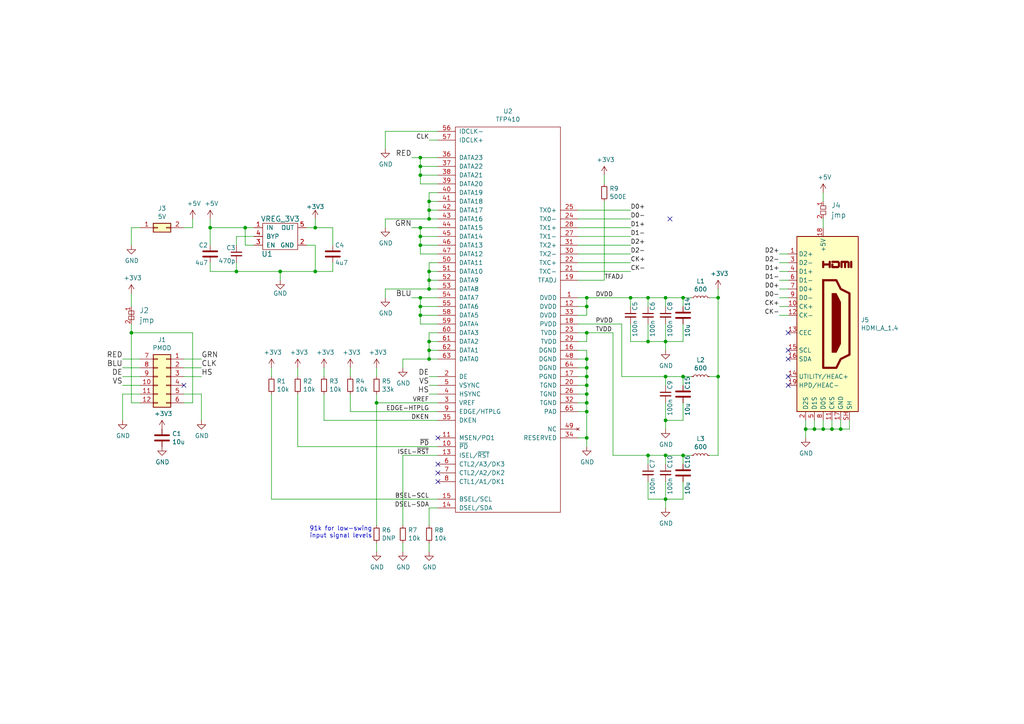
<source format=kicad_sch>
(kicad_sch (version 20230121) (generator eeschema)
  (paper "A4")
  (title_block (title "iCEBreaker PMOD - 3bit DVI") (rev "V0.1a") (company "1BitSquared") (comment 1 "(C) 2018 Piotr Esden-Tempski <piotr@esden.net>") (comment 2 "(C) 2018 1BitSquared <info@1bitsquared.com>") (comment 3 "License: CC-BY-SA V4.0"))
  (lib_symbols
    (symbol "Connector:HDMI_A_1.4"
      (property "Reference" "J" (at -6.35 26.67 0))
      (property "Value" "HDMI_A_1.4" (at 10.16 26.67 0))
      (symbol "HDMI_A_1.4_0_0"
        (polyline (pts (xy 8.128 16.51) (xy 8.128 18.034)) (stroke (width 0.635)))
        (polyline (pts (xy 0 16.51) (xy 0 18.034) (xy 0 17.272) (xy 1.905 17.272) (xy 1.905 18.034) (xy 1.905 16.51)) (stroke (width 0.635)))
        (polyline (pts (xy 2.667 18.034) (xy 4.318 18.034) (xy 4.572 17.78) (xy 4.572 16.764) (xy 4.318 16.51) (xy 2.667 16.51) (xy 2.667 17.272)) (stroke (width 0.635)))
      )
      (symbol "HDMI_A_1.4_0_1"
        (rectangle (start -7.62 25.4) (end 10.16 -25.4) (stroke (width 0.254)) (fill (type background)))
        (polyline (pts (xy 2.54 8.89) (xy 3.81 8.89) (xy 5.08 6.35) (xy 5.08 -5.715) (xy 3.81 -8.255) (xy 2.54 -8.255) (xy 2.54 8.89)) (fill (type outline)))
        (polyline (pts (xy 5.334 16.51) (xy 5.334 18.034) (xy 6.35 18.034) (xy 6.35 16.51) (xy 6.35 18.034) (xy 7.112 18.034) (xy 7.366 17.78) (xy 7.366 16.51)) (stroke (width 0.635)))
        (polyline (pts (xy 0 12.7) (xy 0 -12.7) (xy 3.81 -12.7) (xy 5.08 -10.16) (xy 7.62 -8.89) (xy 7.62 8.89) (xy 5.08 10.16) (xy 3.81 12.7) (xy 0 12.7)) (stroke (width 0.635)))
      )
      (symbol "HDMI_A_1.4_1_1"
        (pin passive line (at -10.16 20.32 0) (length 2.54) (name "D2+") (number "1"))
        (pin passive line (at -10.16 5.08 0) (length 2.54) (name "CK+") (number "10"))
        (pin power_in line (at 2.54 -27.94 90) (length 2.54) (name "CKS") (number "11"))
        (pin passive line (at -10.16 2.54 0) (length 2.54) (name "CK-") (number "12"))
        (pin bidirectional line (at -10.16 -2.54 0) (length 2.54) (name "CEC") (number "13"))
        (pin passive line (at -10.16 -15.24 0) (length 2.54) (name "UTILITY/HEAC+") (number "14"))
        (pin passive line (at -10.16 -7.62 0) (length 2.54) (name "SCL") (number "15"))
        (pin bidirectional line (at -10.16 -10.16 0) (length 2.54) (name "SDA") (number "16"))
        (pin power_in line (at 5.08 -27.94 90) (length 2.54) (name "GND") (number "17"))
        (pin power_in line (at 0 27.94 270) (length 2.54) (name "+5V") (number "18"))
        (pin passive line (at -10.16 -17.78 0) (length 2.54) (name "HPD/HEAC-") (number "19"))
        (pin power_in line (at -5.08 -27.94 90) (length 2.54) (name "D2S") (number "2"))
        (pin passive line (at -10.16 17.78 0) (length 2.54) (name "D2-") (number "3"))
        (pin passive line (at -10.16 15.24 0) (length 2.54) (name "D1+") (number "4"))
        (pin power_in line (at -2.54 -27.94 90) (length 2.54) (name "D1S") (number "5"))
        (pin passive line (at -10.16 12.7 0) (length 2.54) (name "D1-") (number "6"))
        (pin passive line (at -10.16 10.16 0) (length 2.54) (name "D0+") (number "7"))
        (pin power_in line (at 0 -27.94 90) (length 2.54) (name "D0S") (number "8"))
        (pin passive line (at -10.16 7.62 0) (length 2.54) (name "D0-") (number "9"))
        (pin passive line (at 7.62 -27.94 90) (length 2.54) (name "SH") (number "SH"))
      )
    )
    (symbol "Connector_Generic:Conn_02x01" (pin_names (offset 1.016) hide)
      (property "Reference" "J" (at 1.27 2.54 0))
      (property "Value" "Conn_02x01" (at 1.27 -2.54 0))
      (symbol "Conn_02x01_1_1"
        (rectangle (start -1.27 0.127) (end 0 -0.127) (stroke (width 0.1524)))
        (rectangle (start -1.27 1.27) (end 3.81 -1.27) (stroke (width 0.254)) (fill (type background)))
        (rectangle (start 3.81 0.127) (end 2.54 -0.127) (stroke (width 0.1524)))
        (pin passive line (at -5.08 0 0) (length 3.81) (name "Pin_1") (number "1"))
        (pin passive line (at 7.62 0 180) (length 3.81) (name "Pin_2") (number "2"))
      )
    )
    (symbol "Connector_Generic:Conn_02x06_Top_Bottom" (pin_names (offset 1.016) hide)
      (property "Reference" "J" (at 1.27 7.62 0))
      (property "Value" "Conn_02x06_Top_Bottom" (at 1.27 -10.16 0))
      (symbol "Conn_02x06_Top_Bottom_1_1"
        (rectangle (start -1.27 -7.493) (end 0 -7.747) (stroke (width 0.1524)))
        (rectangle (start -1.27 -4.953) (end 0 -5.207) (stroke (width 0.1524)))
        (rectangle (start -1.27 -2.413) (end 0 -2.667) (stroke (width 0.1524)))
        (rectangle (start -1.27 0.127) (end 0 -0.127) (stroke (width 0.1524)))
        (rectangle (start -1.27 2.667) (end 0 2.413) (stroke (width 0.1524)))
        (rectangle (start -1.27 5.207) (end 0 4.953) (stroke (width 0.1524)))
        (rectangle (start -1.27 6.35) (end 3.81 -8.89) (stroke (width 0.254)) (fill (type background)))
        (rectangle (start 3.81 -7.493) (end 2.54 -7.747) (stroke (width 0.1524)))
        (rectangle (start 3.81 -4.953) (end 2.54 -5.207) (stroke (width 0.1524)))
        (rectangle (start 3.81 -2.413) (end 2.54 -2.667) (stroke (width 0.1524)))
        (rectangle (start 3.81 0.127) (end 2.54 -0.127) (stroke (width 0.1524)))
        (rectangle (start 3.81 2.667) (end 2.54 2.413) (stroke (width 0.1524)))
        (rectangle (start 3.81 5.207) (end 2.54 4.953) (stroke (width 0.1524)))
        (pin passive line (at -5.08 5.08 0) (length 3.81) (name "Pin_1") (number "1"))
        (pin passive line (at 7.62 -2.54 180) (length 3.81) (name "Pin_10") (number "10"))
        (pin passive line (at 7.62 -5.08 180) (length 3.81) (name "Pin_11") (number "11"))
        (pin passive line (at 7.62 -7.62 180) (length 3.81) (name "Pin_12") (number "12"))
        (pin passive line (at -5.08 2.54 0) (length 3.81) (name "Pin_2") (number "2"))
        (pin passive line (at -5.08 0 0) (length 3.81) (name "Pin_3") (number "3"))
        (pin passive line (at -5.08 -2.54 0) (length 3.81) (name "Pin_4") (number "4"))
        (pin passive line (at -5.08 -5.08 0) (length 3.81) (name "Pin_5") (number "5"))
        (pin passive line (at -5.08 -7.62 0) (length 3.81) (name "Pin_6") (number "6"))
        (pin passive line (at 7.62 5.08 180) (length 3.81) (name "Pin_7") (number "7"))
        (pin passive line (at 7.62 2.54 180) (length 3.81) (name "Pin_8") (number "8"))
        (pin passive line (at 7.62 0 180) (length 3.81) (name "Pin_9") (number "9"))
      )
    )
    (symbol "dvi-3bit-rescue:TFP410-pkl_texas" (pin_names (offset 1.016))
      (property "Reference" "U" (at 0 55.88 0))
      (property "Value" "pkl_texas:TFP410" (at 0 -58.42 0))
      (symbol "TFP410-pkl_texas_0_1"
        (rectangle (start -15.24 54.61) (end 15.24 -57.15))
      )
      (symbol "TFP410-pkl_texas_1_1"
        (pin power_in line (at 20.32 5.08 180) (length 5.08) (name "DVDD") (number "1"))
        (pin input line (at -20.32 -38.1 0) (length 5.08) (name "~{PD}") (number "10"))
        (pin output line (at -20.32 -35.56 0) (length 5.08) (name "MSEN/PO1") (number "11"))
        (pin power_in line (at 20.32 2.54 180) (length 5.08) (name "DVDD") (number "12"))
        (pin input line (at -20.32 -40.64 0) (length 5.08) (name "ISEL/~{RST}") (number "13"))
        (pin input line (at -20.32 -55.88 0) (length 5.08) (name "DSEL/SDA") (number "14"))
        (pin input line (at -20.32 -53.34 0) (length 5.08) (name "BSEL/SCL") (number "15"))
        (pin power_in line (at 20.32 -10.16 180) (length 5.08) (name "DGND") (number "16"))
        (pin power_in line (at 20.32 -17.78 180) (length 5.08) (name "PGND") (number "17"))
        (pin power_in line (at 20.32 -2.54 180) (length 5.08) (name "PVDD") (number "18"))
        (pin input line (at 20.32 10.16 180) (length 5.08) (name "TFADJ") (number "19"))
        (pin input line (at -20.32 -17.78 0) (length 5.08) (name "DE") (number "2"))
        (pin power_in line (at 20.32 -20.32 180) (length 5.08) (name "TGND") (number "20"))
        (pin output line (at 20.32 12.7 180) (length 5.08) (name "TXC-") (number "21"))
        (pin output line (at 20.32 15.24 180) (length 5.08) (name "TXC+") (number "22"))
        (pin power_in line (at 20.32 -5.08 180) (length 5.08) (name "TVDD") (number "23"))
        (pin output line (at 20.32 27.94 180) (length 5.08) (name "TX0-") (number "24"))
        (pin output line (at 20.32 30.48 180) (length 5.08) (name "TX0+") (number "25"))
        (pin power_in line (at 20.32 -22.86 180) (length 5.08) (name "TGND") (number "26"))
        (pin output line (at 20.32 22.86 180) (length 5.08) (name "TX1-") (number "27"))
        (pin output line (at 20.32 25.4 180) (length 5.08) (name "TX1+") (number "28"))
        (pin power_in line (at 20.32 -7.62 180) (length 5.08) (name "TVDD") (number "29"))
        (pin input line (at -20.32 -25.4 0) (length 5.08) (name "VREF") (number "3"))
        (pin output line (at 20.32 17.78 180) (length 5.08) (name "TX2-") (number "30"))
        (pin output line (at 20.32 20.32 180) (length 5.08) (name "TX2+") (number "31"))
        (pin power_in line (at 20.32 -25.4 180) (length 5.08) (name "TGND") (number "32"))
        (pin power_in line (at 20.32 0 180) (length 5.08) (name "DVDD") (number "33"))
        (pin input line (at 20.32 -35.56 180) (length 5.08) (name "RESERVED") (number "34"))
        (pin input line (at -20.32 -30.48 0) (length 5.08) (name "DKEN") (number "35"))
        (pin input line (at -20.32 45.72 0) (length 5.08) (name "DATA23") (number "36"))
        (pin input line (at -20.32 43.18 0) (length 5.08) (name "DATA22") (number "37"))
        (pin input line (at -20.32 40.64 0) (length 5.08) (name "DATA21") (number "38"))
        (pin input line (at -20.32 38.1 0) (length 5.08) (name "DATA20") (number "39"))
        (pin input line (at -20.32 -22.86 0) (length 5.08) (name "HSYNC") (number "4"))
        (pin input line (at -20.32 35.56 0) (length 5.08) (name "DATA19") (number "40"))
        (pin input line (at -20.32 33.02 0) (length 5.08) (name "DATA18") (number "41"))
        (pin input line (at -20.32 30.48 0) (length 5.08) (name "DATA17") (number "42"))
        (pin input line (at -20.32 27.94 0) (length 5.08) (name "DATA16") (number "43"))
        (pin input line (at -20.32 25.4 0) (length 5.08) (name "DATA15") (number "44"))
        (pin input line (at -20.32 22.86 0) (length 5.08) (name "DATA14") (number "45"))
        (pin input line (at -20.32 20.32 0) (length 5.08) (name "DATA13") (number "46"))
        (pin input line (at -20.32 17.78 0) (length 5.08) (name "DATA12") (number "47"))
        (pin power_in line (at 20.32 -12.7 180) (length 5.08) (name "DGND") (number "48"))
        (pin no_connect line (at 20.32 -33.02 180) (length 5.08) (name "NC") (number "49"))
        (pin input line (at -20.32 -20.32 0) (length 5.08) (name "VSYNC") (number "5"))
        (pin input line (at -20.32 15.24 0) (length 5.08) (name "DATA11") (number "50"))
        (pin input line (at -20.32 12.7 0) (length 5.08) (name "DATA10") (number "51"))
        (pin input line (at -20.32 10.16 0) (length 5.08) (name "DATA9") (number "52"))
        (pin input line (at -20.32 7.62 0) (length 5.08) (name "DATA8") (number "53"))
        (pin input line (at -20.32 5.08 0) (length 5.08) (name "DATA7") (number "54"))
        (pin input line (at -20.32 2.54 0) (length 5.08) (name "DATA6") (number "55"))
        (pin input line (at -20.32 53.34 0) (length 5.08) (name "IDCLK-") (number "56"))
        (pin input line (at -20.32 50.8 0) (length 5.08) (name "IDCLK+") (number "57"))
        (pin input line (at -20.32 0 0) (length 5.08) (name "DATA5") (number "58"))
        (pin input line (at -20.32 -2.54 0) (length 5.08) (name "DATA4") (number "59"))
        (pin input line (at -20.32 -43.18 0) (length 5.08) (name "CTL2/A3/DK3") (number "6"))
        (pin input line (at -20.32 -5.08 0) (length 5.08) (name "DATA3") (number "60"))
        (pin input line (at -20.32 -7.62 0) (length 5.08) (name "DATA2") (number "61"))
        (pin input line (at -20.32 -10.16 0) (length 5.08) (name "DATA1") (number "62"))
        (pin input line (at -20.32 -12.7 0) (length 5.08) (name "DATA0") (number "63"))
        (pin power_in line (at 20.32 -15.24 180) (length 5.08) (name "DGND") (number "64"))
        (pin power_in line (at 20.32 -27.94 180) (length 5.08) (name "PAD") (number "65"))
        (pin input line (at -20.32 -45.72 0) (length 5.08) (name "CTL2/A2/DK2") (number "7"))
        (pin input line (at -20.32 -48.26 0) (length 5.08) (name "CTL1/A1/DK1") (number "8"))
        (pin input line (at -20.32 -27.94 0) (length 5.08) (name "EDGE/HTPLG") (number "9"))
      )
    )
    (symbol "dvi-3bit-rescue:pkl_C-pkl_device" (pin_numbers hide) (pin_names (offset 0.254))
      (property "Reference" "C" (at 0.635 2.54 0))
      (property "Value" "pkl_device:pkl_C" (at 0.635 -2.54 0))
      (symbol "pkl_C-pkl_device_0_1"
        (polyline (pts (xy -2.032 -0.762) (xy 2.032 -0.762)) (stroke (width 0.508)))
        (polyline (pts (xy -2.032 0.762) (xy 2.032 0.762)) (stroke (width 0.508)))
      )
      (symbol "pkl_C-pkl_device_1_1"
        (pin passive line (at 0 2.54 270) (length 1.524) (name "~") (number "1"))
        (pin passive line (at 0 -2.54 90) (length 1.524) (name "~") (number "2"))
      )
    )
    (symbol "dvi-3bit-rescue:pkl_C_Small-pkl_device" (pin_numbers hide) (pin_names (offset 0.254) hide)
      (property "Reference" "C" (at 0.254 1.778 0))
      (property "Value" "pkl_device:pkl_C_Small" (at 0.254 -2.032 0))
      (symbol "pkl_C_Small-pkl_device_0_1"
        (polyline (pts (xy -1.524 -0.508) (xy 1.524 -0.508)) (stroke (width 0.3302)))
        (polyline (pts (xy -1.524 0.508) (xy 1.524 0.508)) (stroke (width 0.3048)))
      )
      (symbol "pkl_C_Small-pkl_device_1_1"
        (pin passive line (at 0 2.54 270) (length 1.905) (name "~") (number "1"))
        (pin passive line (at 0 -2.54 90) (length 2.032) (name "~") (number "2"))
      )
    )
    (symbol "dvi-3bit-rescue:pkl_L_Small-pkl_device" (pin_numbers hide) (pin_names (offset 0) hide)
      (property "Reference" "L" (at 1.524 1.27 0))
      (property "Value" "pkl_device:pkl_L_Small" (at 1.524 -1.27 0))
      (symbol "pkl_L_Small-pkl_device_0_1"
        (arc (start 0 -2.032) (mid 0.5058 -1.524) (end 0 -1.016))
        (arc (start 0 -1.016) (mid 0.5058 -0.508) (end 0 0))
        (arc (start 0 0) (mid 0.5058 0.508) (end 0 1.016))
        (arc (start 0 1.016) (mid 0.5058 1.524) (end 0 2.032))
      )
      (symbol "pkl_L_Small-pkl_device_1_1"
        (pin input line (at 0 -2.54 90) (length 0.508) (name "1") (number "1"))
        (pin input line (at 0 2.54 270) (length 0.508) (name "2") (number "2"))
      )
    )
    (symbol "dvi-3bit-rescue:pkl_R_Small-pkl_device" (pin_numbers hide) (pin_names (offset 0.254) hide)
      (property "Reference" "R" (at 0.762 0.508 0))
      (property "Value" "pkl_device:pkl_R_Small" (at 0.762 -1.016 0))
      (symbol "pkl_R_Small-pkl_device_0_1"
        (rectangle (start -0.762 1.778) (end 0.762 -1.778) (stroke (width 0.2032)))
      )
      (symbol "pkl_R_Small-pkl_device_1_1"
        (pin passive line (at 0 2.54 270) (length 0.762) (name "~") (number "1"))
        (pin passive line (at 0 -2.54 90) (length 0.762) (name "~") (number "2"))
      )
    )
    (symbol "dvi-3bit-rescue:pkl_VREG_5PIN_FIXED-pkl_device" (pin_names (offset 1.016))
      (property "Reference" "U" (at -3.81 -5.08 0))
      (property "Value" "pkl_device:pkl_VREG_5PIN_FIXED" (at 0 5.08 0))
      (symbol "pkl_VREG_5PIN_FIXED-pkl_device_0_1"
        (rectangle (start -5.08 3.81) (end 5.08 -3.81))
      )
      (symbol "pkl_VREG_5PIN_FIXED-pkl_device_1_1"
        (pin power_in line (at -7.62 2.54 0) (length 2.54) (name "IN") (number "1"))
        (pin power_in line (at 7.62 -2.54 180) (length 2.54) (name "GND") (number "2"))
        (pin input line (at -7.62 -2.54 0) (length 2.54) (name "EN") (number "3"))
        (pin power_out line (at -7.62 0 0) (length 2.54) (name "BYP") (number "4"))
        (pin power_out line (at 7.62 2.54 180) (length 2.54) (name "OUT") (number "5"))
      )
    )
    (symbol "dvi-3bit-rescue:pkl_jumper-pkl_misc" (pin_names (offset 1.016))
      (property "Reference" "J" (at 2.54 -2.54 0))
      (property "Value" "pkl_misc:pkl_jumper" (at 0 3.81 0))
      (symbol "pkl_jumper-pkl_misc_0_1"
        (rectangle (start -1.27 0.762) (end -0.254 -0.762))
        (rectangle (start 0.254 0.762) (end 1.27 -0.762))
      )
      (symbol "pkl_jumper-pkl_misc_1_1"
        (pin passive line (at -2.54 0 0) (length 1.27) (name "~") (number "1"))
        (pin passive line (at 2.54 0 180) (length 1.27) (name "~") (number "2"))
      )
    )
    (symbol "dvi-3bit-rescue:pkl_jumper_nc-pkl_misc" (pin_names (offset 1.016))
      (property "Reference" "J" (at 0 -2.54 0))
      (property "Value" "pkl_misc:pkl_jumper_nc" (at 0 3.81 0))
      (symbol "pkl_jumper_nc-pkl_misc_0_1"
        (polyline (pts (xy -1.27 0) (xy 1.27 0)))
      )
      (symbol "pkl_jumper_nc-pkl_misc_1_1"
        (rectangle (start -1.27 0.762) (end -0.254 -0.762))
        (rectangle (start 0.254 0.762) (end 1.27 -0.762))
        (pin passive line (at -2.54 0 0) (length 1.27) (name "~") (number "1"))
        (pin passive line (at 2.54 0 180) (length 1.27) (name "~") (number "2"))
      )
    )
    (symbol "power:+3V3" (power) (pin_names (offset 0))
      (property "Value" "+3V3" (at 0 3.556 0))
      (symbol "+3V3_0_1"
        (polyline (pts (xy -0.762 1.27) (xy 0 2.54)))
        (polyline (pts (xy 0 0) (xy 0 2.54)))
        (polyline (pts (xy 0 2.54) (xy 0.762 1.27)))
      )
      (symbol "+3V3_1_1"
        (pin power_in line (at 0 0 90) (length 0) hide (name "+3V3") (number "1"))
      )
    )
    (symbol "power:+5V" (power) (pin_names (offset 0))
      (property "Value" "+5V" (at 0 3.556 0))
      (symbol "+5V_0_1"
        (polyline (pts (xy -0.762 1.27) (xy 0 2.54)))
        (polyline (pts (xy 0 0) (xy 0 2.54)))
        (polyline (pts (xy 0 2.54) (xy 0.762 1.27)))
      )
      (symbol "+5V_1_1"
        (pin power_in line (at 0 0 90) (length 0) hide (name "+5V") (number "1"))
      )
    )
    (symbol "power:GND" (power) (pin_names (offset 0))
      (property "Value" "GND" (at 0 -3.81 0))
      (symbol "GND_0_1"
        (polyline (pts (xy 0 0) (xy 0 -1.27) (xy 1.27 -1.27) (xy 0 -2.54) (xy -1.27 -1.27) (xy 0 -1.27)))
      )
      (symbol "GND_1_1"
        (pin power_in line (at 0 0 270) (length 0) hide (name "GND") (number "1"))
      )
    )
  )
  (junction (at 121.92 50.8))
  (junction (at 124.46 83.82))
  (junction (at 208.28 109.22))
  (junction (at 193.04 99.06))
  (junction (at 198.12 109.22))
  (junction (at 198.12 132.08))
  (junction (at 121.92 66.04))
  (junction (at 187.96 99.06))
  (junction (at 124.46 60.96))
  (junction (at 233.68 124.46))
  (junction (at 236.22 124.46))
  (junction (at 124.46 104.14))
  (junction (at 91.44 78.74))
  (junction (at 170.18 109.22))
  (junction (at 193.04 132.08))
  (junction (at 121.92 45.72))
  (junction (at 170.18 127))
  (junction (at 170.18 96.52))
  (junction (at 121.92 68.58))
  (junction (at 124.46 81.28))
  (junction (at 60.96 66.04))
  (junction (at 193.04 86.36))
  (junction (at 124.46 101.6))
  (junction (at 91.44 66.04))
  (junction (at 121.92 86.36))
  (junction (at 170.18 111.76))
  (junction (at 170.18 116.84))
  (junction (at 170.18 119.38))
  (junction (at 121.92 71.12))
  (junction (at 121.92 48.26))
  (junction (at 121.92 88.9))
  (junction (at 193.04 109.22))
  (junction (at 170.18 114.3))
  (junction (at 124.46 78.74))
  (junction (at 109.22 116.84))
  (junction (at 238.76 124.46))
  (junction (at 121.92 91.44))
  (junction (at 124.46 58.42))
  (junction (at 170.18 106.68))
  (junction (at 124.46 63.5))
  (junction (at 182.88 86.36))
  (junction (at 193.04 144.78))
  (junction (at 124.46 99.06))
  (junction (at 170.18 104.14))
  (junction (at 193.04 121.92))
  (junction (at 71.12 66.04))
  (junction (at 241.3 124.46))
  (junction (at 187.96 132.08))
  (junction (at 170.18 86.36))
  (junction (at 187.96 86.36))
  (junction (at 81.28 78.74))
  (junction (at 208.28 86.36))
  (junction (at 68.58 78.74))
  (junction (at 170.18 88.9))
  (junction (at 243.84 124.46))
  (junction (at 38.1 96.52))
  (junction (at 198.12 86.36))
  (no_connect (at 228.6 104.14))
  (no_connect (at 228.6 111.76))
  (no_connect (at 127 134.62))
  (no_connect (at 228.6 109.22))
  (no_connect (at 53.34 111.76))
  (no_connect (at 228.6 96.52))
  (no_connect (at 127 139.7))
  (no_connect (at 194.31 63.5))
  (no_connect (at 127 137.16))
  (no_connect (at 127 127))
  (no_connect (at 228.6 101.6))
  (wire (pts (xy 91.44 63.5) (xy 91.44 66.04)))
  (wire (pts (xy 91.44 78.74) (xy 91.44 71.12)))
  (wire (pts (xy 127 88.9) (xy 121.92 88.9)))
  (wire (pts (xy 167.64 81.28) (xy 175.26 81.28)))
  (wire (pts (xy 167.64 78.74) (xy 182.88 78.74)))
  (wire (pts (xy 127 114.3) (xy 124.46 114.3)))
  (wire (pts (xy 170.18 104.14) (xy 170.18 106.68)))
  (wire (pts (xy 86.36 109.22) (xy 86.36 106.68)))
  (wire (pts (xy 208.28 86.36) (xy 208.28 109.22)))
  (wire (pts (xy 167.64 60.96) (xy 182.88 60.96)))
  (wire (pts (xy 127 101.6) (xy 124.46 101.6)))
  (wire (pts (xy 180.34 109.22) (xy 193.04 109.22)))
  (wire (pts (xy 238.76 121.92) (xy 238.76 124.46)))
  (wire (pts (xy 127 93.98) (xy 121.92 93.98)))
  (wire (pts (xy 167.64 93.98) (xy 180.34 93.98)))
  (wire (pts (xy 228.6 88.9) (xy 226.06 88.9)))
  (wire (pts (xy 127 99.06) (xy 124.46 99.06)))
  (wire (pts (xy 111.76 38.1) (xy 127 38.1)))
  (wire (pts (xy 40.64 116.84) (xy 38.1 116.84)))
  (wire (pts (xy 124.46 81.28) (xy 124.46 78.74)))
  (wire (pts (xy 40.64 111.76) (xy 35.56 111.76)))
  (wire (pts (xy 167.64 71.12) (xy 182.88 71.12)))
  (wire (pts (xy 236.22 124.46) (xy 233.68 124.46)))
  (wire (pts (xy 86.36 129.54) (xy 86.36 114.3)))
  (wire (pts (xy 170.18 109.22) (xy 170.18 111.76)))
  (wire (pts (xy 182.88 99.06) (xy 187.96 99.06)))
  (wire (pts (xy 58.42 114.3) (xy 58.42 121.92)))
  (wire (pts (xy 193.04 99.06) (xy 193.04 101.6)))
  (wire (pts (xy 167.64 76.2) (xy 182.88 76.2)))
  (wire (pts (xy 78.74 144.78) (xy 78.74 114.3)))
  (wire (pts (xy 71.12 71.12) (xy 73.66 71.12)))
  (wire (pts (xy 124.46 83.82) (xy 124.46 81.28)))
  (wire (pts (xy 124.46 104.14) (xy 124.46 101.6)))
  (wire (pts (xy 228.6 86.36) (xy 226.06 86.36)))
  (wire (pts (xy 109.22 116.84) (xy 109.22 152.4)))
  (wire (pts (xy 246.38 121.92) (xy 246.38 124.46)))
  (wire (pts (xy 233.68 121.92) (xy 233.68 124.46)))
  (wire (pts (xy 55.88 66.04) (xy 55.88 63.5)))
  (wire (pts (xy 198.12 121.92) (xy 198.12 116.84)))
  (wire (pts (xy 53.34 116.84) (xy 55.88 116.84)))
  (wire (pts (xy 170.18 114.3) (xy 170.18 116.84)))
  (wire (pts (xy 208.28 132.08) (xy 208.28 109.22)))
  (wire (pts (xy 121.92 66.04) (xy 119.38 66.04)))
  (wire (pts (xy 238.76 63.5) (xy 238.76 66.04)))
  (wire (pts (xy 121.92 93.98) (xy 121.92 91.44)))
  (wire (pts (xy 170.18 119.38) (xy 170.18 127)))
  (wire (pts (xy 68.58 68.58) (xy 68.58 71.12)))
  (wire (pts (xy 101.6 119.38) (xy 127 119.38)))
  (wire (pts (xy 40.64 114.3) (xy 35.56 114.3)))
  (wire (pts (xy 187.96 132.08) (xy 193.04 132.08)))
  (wire (pts (xy 205.74 86.36) (xy 208.28 86.36)))
  (wire (pts (xy 101.6 109.22) (xy 101.6 106.68)))
  (wire (pts (xy 167.64 101.6) (xy 170.18 101.6)))
  (wire (pts (xy 170.18 106.68) (xy 170.18 109.22)))
  (wire (pts (xy 127 40.64) (xy 124.46 40.64)))
  (wire (pts (xy 121.92 71.12) (xy 121.92 68.58)))
  (wire (pts (xy 175.26 53.34) (xy 175.26 50.8)))
  (wire (pts (xy 53.34 104.14) (xy 58.42 104.14)))
  (wire (pts (xy 38.1 66.04) (xy 38.1 71.12)))
  (wire (pts (xy 71.12 66.04) (xy 71.12 71.12)))
  (wire (pts (xy 193.04 144.78) (xy 193.04 147.32)))
  (wire (pts (xy 121.92 73.66) (xy 121.92 71.12)))
  (wire (pts (xy 228.6 83.82) (xy 226.06 83.82)))
  (wire (pts (xy 193.04 86.36) (xy 193.04 88.9)))
  (wire (pts (xy 121.92 50.8) (xy 121.92 48.26)))
  (wire (pts (xy 228.6 91.44) (xy 226.06 91.44)))
  (wire (pts (xy 241.3 124.46) (xy 238.76 124.46)))
  (wire (pts (xy 121.92 68.58) (xy 121.92 66.04)))
  (wire (pts (xy 198.12 132.08) (xy 200.66 132.08)))
  (wire (pts (xy 177.8 96.52) (xy 177.8 132.08)))
  (wire (pts (xy 121.92 88.9) (xy 121.92 86.36)))
  (wire (pts (xy 124.46 60.96) (xy 124.46 58.42)))
  (wire (pts (xy 246.38 124.46) (xy 243.84 124.46)))
  (wire (pts (xy 193.04 86.36) (xy 187.96 86.36)))
  (wire (pts (xy 170.18 91.44) (xy 170.18 88.9)))
  (wire (pts (xy 81.28 78.74) (xy 91.44 78.74)))
  (wire (pts (xy 228.6 78.74) (xy 226.06 78.74)))
  (wire (pts (xy 243.84 121.92) (xy 243.84 124.46)))
  (wire (pts (xy 167.64 91.44) (xy 170.18 91.44)))
  (wire (pts (xy 170.18 88.9) (xy 170.18 86.36)))
  (wire (pts (xy 124.46 83.82) (xy 111.76 83.82)))
  (wire (pts (xy 124.46 63.5) (xy 124.46 60.96)))
  (wire (pts (xy 167.64 111.76) (xy 170.18 111.76)))
  (wire (pts (xy 121.92 91.44) (xy 121.92 88.9)))
  (wire (pts (xy 127 83.82) (xy 124.46 83.82)))
  (wire (pts (xy 127 96.52) (xy 124.46 96.52)))
  (wire (pts (xy 121.92 53.34) (xy 121.92 50.8)))
  (wire (pts (xy 78.74 109.22) (xy 78.74 106.68)))
  (wire (pts (xy 127 58.42) (xy 124.46 58.42)))
  (wire (pts (xy 170.18 96.52) (xy 177.8 96.52)))
  (wire (pts (xy 53.34 109.22) (xy 58.42 109.22)))
  (wire (pts (xy 116.84 104.14) (xy 116.84 106.68)))
  (wire (pts (xy 170.18 99.06) (xy 170.18 96.52)))
  (wire (pts (xy 109.22 116.84) (xy 109.22 114.3)))
  (wire (pts (xy 187.96 86.36) (xy 182.88 86.36)))
  (wire (pts (xy 193.04 109.22) (xy 193.04 111.76)))
  (wire (pts (xy 193.04 144.78) (xy 198.12 144.78)))
  (wire (pts (xy 81.28 78.74) (xy 81.28 81.28)))
  (wire (pts (xy 53.34 106.68) (xy 58.42 106.68)))
  (wire (pts (xy 198.12 109.22) (xy 198.12 111.76)))
  (wire (pts (xy 68.58 78.74) (xy 81.28 78.74)))
  (wire (pts (xy 40.64 106.68) (xy 35.56 106.68)))
  (wire (pts (xy 167.64 96.52) (xy 170.18 96.52)))
  (wire (pts (xy 187.96 93.98) (xy 187.96 99.06)))
  (wire (pts (xy 170.18 127) (xy 170.18 129.54)))
  (wire (pts (xy 127 45.72) (xy 121.92 45.72)))
  (wire (pts (xy 182.88 86.36) (xy 182.88 88.9)))
  (wire (pts (xy 198.12 99.06) (xy 198.12 93.98)))
  (wire (pts (xy 167.64 127) (xy 170.18 127)))
  (wire (pts (xy 127 91.44) (xy 121.92 91.44)))
  (wire (pts (xy 127 53.34) (xy 121.92 53.34)))
  (wire (pts (xy 111.76 83.82) (xy 111.76 86.36)))
  (wire (pts (xy 111.76 43.18) (xy 111.76 38.1)))
  (wire (pts (xy 127 111.76) (xy 124.46 111.76)))
  (wire (pts (xy 193.04 93.98) (xy 193.04 99.06)))
  (wire (pts (xy 40.64 66.04) (xy 38.1 66.04)))
  (wire (pts (xy 193.04 86.36) (xy 198.12 86.36)))
  (wire (pts (xy 228.6 81.28) (xy 226.06 81.28)))
  (wire (pts (xy 124.46 58.42) (xy 124.46 55.88)))
  (wire (pts (xy 236.22 121.92) (xy 236.22 124.46)))
  (wire (pts (xy 193.04 116.84) (xy 193.04 121.92)))
  (wire (pts (xy 167.64 116.84) (xy 170.18 116.84)))
  (wire (pts (xy 167.64 104.14) (xy 170.18 104.14)))
  (wire (pts (xy 193.04 132.08) (xy 193.04 134.62)))
  (wire (pts (xy 127 81.28) (xy 124.46 81.28)))
  (wire (pts (xy 170.18 101.6) (xy 170.18 104.14)))
  (wire (pts (xy 198.12 86.36) (xy 198.12 88.9)))
  (wire (pts (xy 180.34 93.98) (xy 180.34 109.22)))
  (wire (pts (xy 91.44 66.04) (xy 96.52 66.04)))
  (wire (pts (xy 167.64 66.04) (xy 182.88 66.04)))
  (wire (pts (xy 38.1 116.84) (xy 38.1 96.52)))
  (wire (pts (xy 60.96 78.74) (xy 60.96 76.2)))
  (wire (pts (xy 109.22 106.68) (xy 109.22 109.22)))
  (wire (pts (xy 60.96 66.04) (xy 71.12 66.04)))
  (wire (pts (xy 205.74 132.08) (xy 208.28 132.08)))
  (wire (pts (xy 116.84 132.08) (xy 127 132.08)))
  (wire (pts (xy 60.96 66.04) (xy 60.96 71.12)))
  (wire (pts (xy 35.56 114.3) (xy 35.56 121.92)))
  (wire (pts (xy 127 73.66) (xy 121.92 73.66)))
  (wire (pts (xy 241.3 121.92) (xy 241.3 124.46)))
  (wire (pts (xy 187.96 144.78) (xy 193.04 144.78)))
  (wire (pts (xy 124.46 78.74) (xy 124.46 76.2)))
  (wire (pts (xy 127 66.04) (xy 121.92 66.04)))
  (wire (pts (xy 193.04 139.7) (xy 193.04 144.78)))
  (wire (pts (xy 38.1 93.98) (xy 38.1 96.52)))
  (wire (pts (xy 167.64 109.22) (xy 170.18 109.22)))
  (wire (pts (xy 167.64 114.3) (xy 170.18 114.3)))
  (wire (pts (xy 40.64 104.14) (xy 35.56 104.14)))
  (wire (pts (xy 55.88 96.52) (xy 38.1 96.52)))
  (wire (pts (xy 243.84 124.46) (xy 241.3 124.46)))
  (wire (pts (xy 88.9 71.12) (xy 91.44 71.12)))
  (wire (pts (xy 121.92 48.26) (xy 121.92 45.72)))
  (wire (pts (xy 127 50.8) (xy 121.92 50.8)))
  (wire (pts (xy 71.12 66.04) (xy 73.66 66.04)))
  (wire (pts (xy 127 104.14) (xy 124.46 104.14)))
  (wire (pts (xy 167.64 63.5) (xy 182.88 63.5)))
  (wire (pts (xy 167.64 106.68) (xy 170.18 106.68)))
  (wire (pts (xy 238.76 58.42) (xy 238.76 55.88)))
  (wire (pts (xy 167.64 86.36) (xy 170.18 86.36)))
  (wire (pts (xy 124.46 157.48) (xy 124.46 160.02)))
  (wire (pts (xy 193.04 121.92) (xy 198.12 121.92)))
  (wire (pts (xy 193.04 132.08) (xy 198.12 132.08)))
  (wire (pts (xy 170.18 116.84) (xy 170.18 119.38)))
  (wire (pts (xy 127 71.12) (xy 121.92 71.12)))
  (wire (pts (xy 127 78.74) (xy 124.46 78.74)))
  (wire (pts (xy 55.88 96.52) (xy 55.88 116.84)))
  (wire (pts (xy 127 60.96) (xy 124.46 60.96)))
  (wire (pts (xy 53.34 66.04) (xy 55.88 66.04)))
  (wire (pts (xy 40.64 109.22) (xy 35.56 109.22)))
  (wire (pts (xy 233.68 124.46) (xy 233.68 127)))
  (wire (pts (xy 187.96 139.7) (xy 187.96 144.78)))
  (wire (pts (xy 73.66 68.58) (xy 68.58 68.58)))
  (wire (pts (xy 127 68.58) (xy 121.92 68.58)))
  (wire (pts (xy 60.96 78.74) (xy 68.58 78.74)))
  (wire (pts (xy 167.64 68.58) (xy 182.88 68.58)))
  (wire (pts (xy 187.96 132.08) (xy 187.96 134.62)))
  (wire (pts (xy 167.64 119.38) (xy 170.18 119.38)))
  (wire (pts (xy 198.12 109.22) (xy 200.66 109.22)))
  (wire (pts (xy 127 147.32) (xy 124.46 147.32)))
  (wire (pts (xy 93.98 106.68) (xy 93.98 109.22)))
  (wire (pts (xy 175.26 81.28) (xy 175.26 58.42)))
  (wire (pts (xy 111.76 63.5) (xy 111.76 66.04)))
  (wire (pts (xy 88.9 66.04) (xy 91.44 66.04)))
  (wire (pts (xy 187.96 86.36) (xy 187.96 88.9)))
  (wire (pts (xy 68.58 76.2) (xy 68.58 78.74)))
  (wire (pts (xy 93.98 121.92) (xy 127 121.92)))
  (wire (pts (xy 208.28 86.36) (xy 208.28 83.82)))
  (wire (pts (xy 121.92 45.72) (xy 119.38 45.72)))
  (wire (pts (xy 167.64 73.66) (xy 182.88 73.66)))
  (wire (pts (xy 109.22 157.48) (xy 109.22 160.02)))
  (wire (pts (xy 182.88 86.36) (xy 170.18 86.36)))
  (wire (pts (xy 228.6 73.66) (xy 226.06 73.66)))
  (wire (pts (xy 124.46 63.5) (xy 111.76 63.5)))
  (wire (pts (xy 121.92 86.36) (xy 119.38 86.36)))
  (wire (pts (xy 238.76 124.46) (xy 236.22 124.46)))
  (wire (pts (xy 127 76.2) (xy 124.46 76.2)))
  (wire (pts (xy 96.52 78.74) (xy 96.52 76.2)))
  (wire (pts (xy 127 86.36) (xy 121.92 86.36)))
  (wire (pts (xy 38.1 85.09) (xy 38.1 88.9)))
  (wire (pts (xy 187.96 99.06) (xy 193.04 99.06)))
  (wire (pts (xy 200.66 86.36) (xy 198.12 86.36)))
  (wire (pts (xy 177.8 132.08) (xy 187.96 132.08)))
  (wire (pts (xy 208.28 109.22) (xy 205.74 109.22)))
  (wire (pts (xy 124.46 99.06) (xy 124.46 96.52)))
  (wire (pts (xy 116.84 152.4) (xy 116.84 132.08)))
  (wire (pts (xy 96.52 66.04) (xy 96.52 71.12)))
  (wire (pts (xy 127 63.5) (xy 124.46 63.5)))
  (wire (pts (xy 127 55.88) (xy 124.46 55.88)))
  (wire (pts (xy 127 116.84) (xy 109.22 116.84)))
  (wire (pts (xy 182.88 93.98) (xy 182.88 99.06)))
  (wire (pts (xy 60.96 63.5) (xy 60.96 66.04)))
  (wire (pts (xy 91.44 78.74) (xy 96.52 78.74)))
  (wire (pts (xy 167.64 88.9) (xy 170.18 88.9)))
  (wire (pts (xy 193.04 121.92) (xy 193.04 124.46)))
  (wire (pts (xy 228.6 76.2) (xy 226.06 76.2)))
  (wire (pts (xy 127 48.26) (xy 121.92 48.26)))
  (wire (pts (xy 93.98 121.92) (xy 93.98 114.3)))
  (wire (pts (xy 124.46 104.14) (xy 116.84 104.14)))
  (wire (pts (xy 127 109.22) (xy 124.46 109.22)))
  (wire (pts (xy 124.46 147.32) (xy 124.46 152.4)))
  (wire (pts (xy 170.18 111.76) (xy 170.18 114.3)))
  (wire (pts (xy 53.34 114.3) (xy 58.42 114.3)))
  (wire (pts (xy 116.84 157.48) (xy 116.84 160.02)))
  (wire (pts (xy 167.64 99.06) (xy 170.18 99.06)))
  (wire (pts (xy 198.12 132.08) (xy 198.12 134.62)))
  (wire (pts (xy 124.46 101.6) (xy 124.46 99.06)))
  (wire (pts (xy 198.12 144.78) (xy 198.12 139.7)))
  (wire (pts (xy 86.36 129.54) (xy 127 129.54)))
  (wire (pts (xy 101.6 119.38) (xy 101.6 114.3)))
  (wire (pts (xy 78.74 144.78) (xy 127 144.78)))
  (wire (pts (xy 193.04 109.22) (xy 198.12 109.22)))
  (wire (pts (xy 193.04 99.06) (xy 198.12 99.06)))
  (text "91k for low-swing\ninput signal levels" (at 107.95 156.21 0) (effects (font (size 1.27 1.27)) (justify right bottom)))
  (label "D2+" (at 226.06 73.66 180))
  (label "VS" (at 124.46 111.76 180) (effects (font (size 1.524 1.524))))
  (label "PVDD" (at 172.72 93.98 0))
  (label "BLU" (at 35.56 106.68 180) (effects (font (size 1.524 1.524))))
  (label "DKEN" (at 124.46 121.92 180))
  (label "TVDD" (at 172.72 96.52 0))
  (label "CK+" (at 226.06 88.9 180))
  (label "RED" (at 119.38 45.72 180) (effects (font (size 1.524 1.524))))
  (label "DE" (at 35.56 109.22 180) (effects (font (size 1.524 1.524))))
  (label "VREF" (at 124.46 116.84 180))
  (label "D1+" (at 182.88 66.04 0))
  (label "CK-" (at 226.06 91.44 180))
  (label "HS" (at 58.42 109.22 0) (effects (font (size 1.524 1.524))))
  (label "TFADJ" (at 175.26 81.28 0))
  (label "D2+" (at 182.88 71.12 0))
  (label "CK+" (at 182.88 76.2 0))
  (label "GRN" (at 58.42 104.14 0) (effects (font (size 1.524 1.524))))
  (label "D0-" (at 226.06 86.36 180))
  (label "BSEL-SCL" (at 124.46 144.78 180))
  (label "~{PD}" (at 124.46 129.54 180))
  (label "EDGE-HTPLG" (at 124.46 119.38 180))
  (label "D0+" (at 226.06 83.82 180))
  (label "GRN" (at 119.38 66.04 180) (effects (font (size 1.524 1.524))))
  (label "RED" (at 35.56 104.14 180) (effects (font (size 1.524 1.524))))
  (label "HS" (at 124.46 114.3 180) (effects (font (size 1.524 1.524))))
  (label "CK-" (at 182.88 78.74 0))
  (label "DE" (at 124.46 109.22 180) (effects (font (size 1.524 1.524))))
  (label "D1-" (at 182.88 68.58 0))
  (label "D2-" (at 226.06 76.2 180))
  (label "D0-" (at 182.88 63.5 0))
  (label "D0+" (at 182.88 60.96 0))
  (label "D2-" (at 182.88 73.66 0))
  (label "DVDD" (at 172.72 86.36 0))
  (label "CLK" (at 124.46 40.64 180))
  (label "DSEL-SDA" (at 124.46 147.32 180))
  (label "D1+" (at 226.06 78.74 180))
  (label "CLK" (at 58.42 106.68 0) (effects (font (size 1.524 1.524))))
  (label "BLU" (at 119.38 86.36 180) (effects (font (size 1.524 1.524))))
  (label "D1-" (at 226.06 81.28 180))
  (label "VS" (at 35.56 111.76 180) (effects (font (size 1.524 1.524))))
  (label "ISEL-~{RST}" (at 124.46 132.08 180))
  (symbol (lib_id "Connector_Generic:Conn_02x06_Top_Bottom") (at 48.26 109.22 0) (mirror y) (unit 1)
    (property "Reference" "J1" (at 46.99 98.552 0))
    (property "Value" "PMOD" (at 46.99 100.9142 0))
    (property "Footprint" "pkl_connectors:PMODHeader_2x06_P2.54mm_Horizontal" (effects hide))
    (property "Key" "conn-th-01in-6-2-hdr-ra" (effects hide))
    (property "Source" "ANY" (effects hide))
  )
  (symbol (lib_id "power:GND") (at 58.42 121.92 0) (unit 1)
    (property "Reference" "#PWR06" (effects hide))
    (property "Value" "GND" (at 58.547 126.3904 0))
  )
  (symbol (lib_id "power:GND") (at 35.56 121.92 0) (unit 1)
    (property "Reference" "#PWR01" (effects hide))
    (property "Value" "GND" (at 35.687 126.3904 0))
  )
  (symbol (lib_id "power:+3V3") (at 38.1 85.09 0) (unit 1)
    (property "Reference" "#PWR02" (effects hide))
    (property "Value" "+3V3" (at 38.481 80.6196 0))
  )
  (symbol (lib_id "dvi-3bit-rescue:pkl_C-pkl_device") (at 46.99 127 0) (unit 1)
    (property "Reference" "C1" (at 49.911 125.8062 0) (effects (justify left)))
    (property "Value" "10u" (at 49.911 128.1684 0) (effects (justify left)))
    (property "Footprint" "pkl_dipol:C_0603" (effects hide))
    (property "Key" "cap-cer-0603-10u" (effects hide))
    (property "Source" "ANY" (effects hide))
  )
  (symbol (lib_id "power:+3V3") (at 46.99 124.46 0) (unit 1)
    (property "Reference" "#PWR03" (effects hide))
    (property "Value" "+3V3" (at 47.371 119.9896 0))
  )
  (symbol (lib_id "power:GND") (at 46.99 129.54 0) (unit 1)
    (property "Reference" "#PWR04" (effects hide))
    (property "Value" "GND" (at 47.117 134.0104 0))
  )
  (symbol (lib_id "power:+5V") (at 60.96 63.5 0) (unit 1)
    (property "Reference" "#PWR0125" (effects hide))
    (property "Value" "+5V" (at 61.341 59.0296 0))
  )
  (symbol (lib_id "Connector:HDMI_A_1.4") (at 238.76 93.98 0) (unit 1)
    (property "Reference" "J5" (at 249.682 92.7862 0) (effects (justify left)))
    (property "Value" "HDMI_A_1.4" (at 249.682 95.1484 0) (effects (justify left)))
    (property "Footprint" "pkl_connectors:HDMI-10029449-111RLF" (effects hide))
    (property "Datasheet" "https://en.wikipedia.org/wiki/HDMI" (effects hide))
    (property "Source" "ANY" (effects hide))
  )
  (symbol (lib_id "dvi-3bit-rescue:TFP410-pkl_texas") (at 147.32 91.44 0) (unit 1)
    (property "Reference" "U2" (at 147.32 32.258 0))
    (property "Value" "TFP410" (at 147.32 34.6202 0))
    (property "Footprint" "pkl_housings_qfp:TQFP-64-1EP_10x10mm_P0.5mm_EP5x5mm" (effects hide))
    (property "Datasheet" "http://www.ti.com/lit/ds/symlink/tfp410.pdf" (effects hide))
    (property "Source" "ANY" (effects hide))
  )
  (symbol (lib_id "power:GND") (at 233.68 127 0) (unit 1)
    (property "Reference" "#PWR0101" (effects hide))
    (property "Value" "GND" (at 233.807 131.4704 0))
  )
  (symbol (lib_id "power:GND") (at 111.76 43.18 0) (unit 1)
    (property "Reference" "#PWR0102" (effects hide))
    (property "Value" "GND" (at 111.887 47.6504 0))
  )
  (symbol (lib_id "power:GND") (at 170.18 129.54 0) (unit 1)
    (property "Reference" "#PWR0103" (effects hide))
    (property "Value" "GND" (at 170.307 134.0104 0))
  )
  (symbol (lib_id "dvi-3bit-rescue:pkl_C-pkl_device") (at 60.96 73.66 0) (mirror y) (unit 1)
    (property "Reference" "C2" (at 60.325 71.12 0) (effects (justify left)))
    (property "Value" "4u7" (at 60.325 76.2 0) (effects (justify left)))
    (property "Footprint" "pkl_dipol:C_0603" (effects hide))
    (property "Key" "cap-cer-0603-4u7" (effects hide))
    (property "Package ID" "0603" (effects hide))
    (property "Source" "ANY" (effects hide))
  )
  (symbol (lib_id "dvi-3bit-rescue:pkl_VREG_5PIN_FIXED-pkl_device") (at 81.28 68.58 0) (unit 1)
    (property "Reference" "U1" (at 77.47 73.66 0) (effects (font (size 1.524 1.524))))
    (property "Value" "VREG_3V3" (at 81.28 63.5 0) (effects (font (size 1.524 1.524))))
    (property "Footprint" "pkl_housings_sot:SOT-23-5" (effects hide))
    (property "Datasheet" "http://www.ti.com/lit/ds/symlink/lp2992.pdf" (effects hide))
    (property "Key" "vreg-sot23-5-3v3" (effects hide))
    (property "MFN" "LP2992AIM5-3.3/NOPB" (effects hide))
    (property "Package ID" "sot23-5" (effects hide))
    (property "Source" "ANY" (effects hide))
  )
  (symbol (lib_id "dvi-3bit-rescue:pkl_C-pkl_device") (at 96.52 73.66 0) (unit 1)
    (property "Reference" "C4" (at 97.155 71.12 0) (effects (justify left)))
    (property "Value" "4u7" (at 97.155 76.2 0) (effects (justify left)))
    (property "Footprint" "pkl_dipol:C_0603" (effects hide))
    (property "Key" "cap-cer-0603-4u7" (effects hide))
    (property "Package ID" "0603" (effects hide))
    (property "Source" "ANY" (effects hide))
  )
  (symbol (lib_id "power:GND") (at 81.28 81.28 0) (unit 1)
    (property "Reference" "#PWR0123" (effects hide))
    (property "Value" "GND" (at 81.28 85.09 0))
    (property "Source" "ANY" (effects hide))
  )
  (symbol (lib_id "dvi-3bit-rescue:pkl_C_Small-pkl_device") (at 68.58 73.66 0) (mirror y) (unit 1)
    (property "Reference" "C3" (at 68.326 71.882 0) (effects (justify left)))
    (property "Value" "470p" (at 68.326 75.692 0) (effects (justify left)))
    (property "Footprint" "pkl_dipol:C_0402" (effects hide))
    (property "Key" "cap-cer-0402-470p" (effects hide))
    (property "Package ID" "0402" (effects hide))
    (property "Source" "ANY" (effects hide))
  )
  (symbol (lib_id "power:+3V3") (at 91.44 63.5 0) (unit 1)
    (property "Reference" "#PWR0124" (effects hide))
    (property "Value" "+3V3" (at 91.44 59.944 0))
    (property "Source" "ANY" (effects hide))
  )
  (symbol (lib_id "power:GND") (at 116.84 106.68 0) (unit 1)
    (property "Reference" "#PWR0104" (effects hide))
    (property "Value" "GND" (at 116.967 111.1504 0))
  )
  (symbol (lib_id "power:+3V3") (at 208.28 83.82 0) (unit 1)
    (property "Reference" "#PWR0105" (effects hide))
    (property "Value" "+3V3" (at 208.661 79.3496 0))
  )
  (symbol (lib_id "dvi-3bit-rescue:pkl_C_Small-pkl_device") (at 182.88 91.44 0) (unit 1)
    (property "Reference" "C5" (at 184.15 90.17 90) (effects (justify left)))
    (property "Value" "100n" (at 184.15 97.79 90) (effects (justify left)))
    (property "Footprint" "pkl_dipol:C_0402" (effects hide))
    (property "Key" "cap-cer-0402-100n" (effects hide))
    (property "Source" "ANY" (effects hide))
  )
  (symbol (lib_id "dvi-3bit-rescue:pkl_C_Small-pkl_device") (at 187.96 91.44 0) (unit 1)
    (property "Reference" "C6" (at 189.23 90.17 90) (effects (justify left)))
    (property "Value" "100n" (at 189.23 97.79 90) (effects (justify left)))
    (property "Footprint" "pkl_dipol:C_0402" (effects hide))
    (property "Key" "cap-cer-0402-100n" (effects hide))
    (property "Source" "ANY" (effects hide))
  )
  (symbol (lib_id "dvi-3bit-rescue:pkl_C_Small-pkl_device") (at 193.04 91.44 0) (unit 1)
    (property "Reference" "C8" (at 194.31 90.17 90) (effects (justify left)))
    (property "Value" "100n" (at 194.31 97.79 90) (effects (justify left)))
    (property "Footprint" "pkl_dipol:C_0402" (effects hide))
    (property "Key" "cap-cer-0402-100n" (effects hide))
    (property "Source" "ANY" (effects hide))
  )
  (symbol (lib_id "dvi-3bit-rescue:pkl_C_Small-pkl_device") (at 187.96 137.16 0) (unit 1)
    (property "Reference" "C7" (at 189.23 135.89 90) (effects (justify left)))
    (property "Value" "100n" (at 189.23 143.51 90) (effects (justify left)))
    (property "Footprint" "pkl_dipol:C_0402" (effects hide))
    (property "Key" "cap-cer-0402-100n" (effects hide))
    (property "Source" "ANY" (effects hide))
  )
  (symbol (lib_id "dvi-3bit-rescue:pkl_C_Small-pkl_device") (at 193.04 137.16 0) (unit 1)
    (property "Reference" "C10" (at 194.31 135.89 90) (effects (justify left)))
    (property "Value" "100n" (at 194.31 143.51 90) (effects (justify left)))
    (property "Footprint" "pkl_dipol:C_0402" (effects hide))
    (property "Key" "cap-cer-0402-100n" (effects hide))
    (property "Source" "ANY" (effects hide))
  )
  (symbol (lib_id "power:+3V3") (at 109.22 106.68 0) (unit 1)
    (property "Reference" "#PWR0106" (effects hide))
    (property "Value" "+3V3" (at 109.601 102.2096 0))
  )
  (symbol (lib_id "power:GND") (at 124.46 160.02 0) (unit 1)
    (property "Reference" "#PWR0107" (effects hide))
    (property "Value" "GND" (at 124.587 164.4904 0))
  )
  (symbol (lib_id "dvi-3bit-rescue:pkl_R_Small-pkl_device") (at 175.26 55.88 0) (unit 1)
    (property "Reference" "R9" (at 176.7586 54.6862 0) (effects (justify left)))
    (property "Value" "500E" (at 176.7586 57.0484 0) (effects (justify left)))
    (property "Footprint" "pkl_dipol:R_0402" (effects hide))
    (property "Key" "res-0402-500" (effects hide))
    (property "Source" "ANY" (effects hide))
  )
  (symbol (lib_id "power:+3V3") (at 175.26 50.8 0) (unit 1)
    (property "Reference" "#PWR0108" (effects hide))
    (property "Value" "+3V3" (at 175.641 46.3296 0))
  )
  (symbol (lib_id "dvi-3bit-rescue:pkl_R_Small-pkl_device") (at 101.6 111.76 0) (unit 1)
    (property "Reference" "R4" (at 103.0986 110.5662 0) (effects (justify left)))
    (property "Value" "10k" (at 103.0986 112.9284 0) (effects (justify left)))
    (property "Footprint" "pkl_dipol:R_0402" (effects hide))
    (property "Key" "res-0402-10k" (effects hide))
    (property "Source" "ANY" (effects hide))
  )
  (symbol (lib_id "dvi-3bit-rescue:pkl_R_Small-pkl_device") (at 109.22 111.76 0) (unit 1)
    (property "Reference" "R5" (at 110.7186 110.5662 0) (effects (justify left)))
    (property "Value" "33k" (at 110.7186 112.9284 0) (effects (justify left)))
    (property "Footprint" "pkl_dipol:R_0402" (effects hide))
    (property "Key" "res-0402-33k" (effects hide))
    (property "Source" "ANY" (effects hide))
  )
  (symbol (lib_id "dvi-3bit-rescue:pkl_R_Small-pkl_device") (at 109.22 154.94 0) (unit 1)
    (property "Reference" "R6" (at 110.7186 153.7462 0) (effects (justify left)))
    (property "Value" "DNP" (at 110.7186 156.1084 0) (effects (justify left)))
    (property "Footprint" "pkl_dipol:R_0402" (effects hide))
    (property "Key" "dnp" (effects hide))
    (property "Source" "ANY" (effects hide))
  )
  (symbol (lib_id "power:GND") (at 109.22 160.02 0) (unit 1)
    (property "Reference" "#PWR0109" (effects hide))
    (property "Value" "GND" (at 109.347 164.4904 0))
  )
  (symbol (lib_id "dvi-3bit-rescue:pkl_L_Small-pkl_device") (at 203.2 86.36 90) (unit 1)
    (property "Reference" "L1" (at 203.2 81.534 90))
    (property "Value" "600" (at 203.2 83.8962 90))
    (property "Footprint" "pkl_dipol:L_0402" (effects hide))
    (property "Key" "ind-0402-600" (effects hide))
    (property "Source" "ANY" (effects hide))
  )
  (symbol (lib_id "dvi-3bit-rescue:pkl_C-pkl_device") (at 198.12 91.44 0) (unit 1)
    (property "Reference" "C14" (at 199.39 90.17 90) (effects (justify left)))
    (property "Value" "10u" (at 199.39 97.79 90) (effects (justify left)))
    (property "Footprint" "pkl_dipol:C_0603" (effects hide))
    (property "Key" "cap-cer-0603-10u" (effects hide))
    (property "Source" "ANY" (effects hide))
  )
  (symbol (lib_id "power:GND") (at 193.04 101.6 0) (unit 1)
    (property "Reference" "#PWR0110" (effects hide))
    (property "Value" "GND" (at 193.167 106.0704 0))
  )
  (symbol (lib_id "dvi-3bit-rescue:pkl_C_Small-pkl_device") (at 193.04 114.3 0) (unit 1)
    (property "Reference" "C9" (at 194.31 113.03 90) (effects (justify left)))
    (property "Value" "100n" (at 194.31 120.65 90) (effects (justify left)))
    (property "Footprint" "pkl_dipol:C_0402" (effects hide))
    (property "Key" "cap-cer-0402-100n" (effects hide))
    (property "Source" "ANY" (effects hide))
  )
  (symbol (lib_id "dvi-3bit-rescue:pkl_C-pkl_device") (at 198.12 114.3 0) (unit 1)
    (property "Reference" "C15" (at 199.39 113.03 90) (effects (justify left)))
    (property "Value" "10u" (at 199.39 120.65 90) (effects (justify left)))
    (property "Footprint" "pkl_dipol:C_0603" (effects hide))
    (property "Key" "cap-cer-0603-10u" (effects hide))
    (property "Source" "ANY" (effects hide))
  )
  (symbol (lib_id "dvi-3bit-rescue:pkl_L_Small-pkl_device") (at 203.2 109.22 90) (unit 1)
    (property "Reference" "L2" (at 203.2 104.394 90))
    (property "Value" "600" (at 203.2 106.7562 90))
    (property "Footprint" "pkl_dipol:L_0402" (effects hide))
    (property "Key" "ind-0402-600" (effects hide))
    (property "Source" "ANY" (effects hide))
  )
  (symbol (lib_id "power:GND") (at 193.04 124.46 0) (unit 1)
    (property "Reference" "#PWR0111" (effects hide))
    (property "Value" "GND" (at 193.167 128.9304 0))
  )
  (symbol (lib_id "dvi-3bit-rescue:pkl_C-pkl_device") (at 198.12 137.16 0) (unit 1)
    (property "Reference" "C16" (at 199.39 135.89 90) (effects (justify left)))
    (property "Value" "10u" (at 199.39 143.51 90) (effects (justify left)))
    (property "Footprint" "pkl_dipol:C_0603" (effects hide))
    (property "Key" "cap-cer-0603-10u" (effects hide))
    (property "Source" "ANY" (effects hide))
  )
  (symbol (lib_id "dvi-3bit-rescue:pkl_L_Small-pkl_device") (at 203.2 132.08 90) (unit 1)
    (property "Reference" "L3" (at 203.2 127.254 90))
    (property "Value" "600" (at 203.2 129.6162 90))
    (property "Footprint" "pkl_dipol:L_0402" (effects hide))
    (property "Key" "ind-0402-600" (effects hide))
    (property "Source" "ANY" (effects hide))
  )
  (symbol (lib_id "power:GND") (at 193.04 147.32 0) (unit 1)
    (property "Reference" "#PWR0112" (effects hide))
    (property "Value" "GND" (at 193.167 151.7904 0))
  )
  (symbol (lib_id "power:+3V3") (at 101.6 106.68 0) (unit 1)
    (property "Reference" "#PWR0113" (effects hide))
    (property "Value" "+3V3" (at 101.981 102.2096 0))
  )
  (symbol (lib_id "dvi-3bit-rescue:pkl_R_Small-pkl_device") (at 93.98 111.76 0) (unit 1)
    (property "Reference" "R3" (at 95.4786 110.5662 0) (effects (justify left)))
    (property "Value" "10k" (at 95.4786 112.9284 0) (effects (justify left)))
    (property "Footprint" "pkl_dipol:R_0402" (effects hide))
    (property "Key" "res-0402-10k" (effects hide))
    (property "Source" "ANY" (effects hide))
  )
  (symbol (lib_id "power:+3V3") (at 93.98 106.68 0) (unit 1)
    (property "Reference" "#PWR0114" (effects hide))
    (property "Value" "+3V3" (at 94.361 102.2096 0))
  )
  (symbol (lib_id "dvi-3bit-rescue:pkl_R_Small-pkl_device") (at 86.36 111.76 0) (unit 1)
    (property "Reference" "R2" (at 87.8586 110.5662 0) (effects (justify left)))
    (property "Value" "10k" (at 87.8586 112.9284 0) (effects (justify left)))
    (property "Footprint" "pkl_dipol:R_0402" (effects hide))
    (property "Key" "res-0402-10k" (effects hide))
    (property "Source" "ANY" (effects hide))
  )
  (symbol (lib_id "power:+3V3") (at 86.36 106.68 0) (unit 1)
    (property "Reference" "#PWR0115" (effects hide))
    (property "Value" "+3V3" (at 86.741 102.2096 0))
  )
  (symbol (lib_id "power:GND") (at 111.76 86.36 0) (unit 1)
    (property "Reference" "#PWR0116" (effects hide))
    (property "Value" "GND" (at 111.887 90.8304 0))
  )
  (symbol (lib_id "power:GND") (at 111.76 66.04 0) (unit 1)
    (property "Reference" "#PWR0117" (effects hide))
    (property "Value" "GND" (at 111.887 70.5104 0))
  )
  (symbol (lib_id "dvi-3bit-rescue:pkl_R_Small-pkl_device") (at 78.74 111.76 0) (unit 1)
    (property "Reference" "R1" (at 80.2386 110.5662 0) (effects (justify left)))
    (property "Value" "10k" (at 80.2386 112.9284 0) (effects (justify left)))
    (property "Footprint" "pkl_dipol:R_0402" (effects hide))
    (property "Key" "res-0402-10k" (effects hide))
    (property "Source" "ANY" (effects hide))
  )
  (symbol (lib_id "power:+3V3") (at 78.74 106.68 0) (unit 1)
    (property "Reference" "#PWR0118" (effects hide))
    (property "Value" "+3V3" (at 79.121 102.2096 0))
  )
  (symbol (lib_id "dvi-3bit-rescue:pkl_R_Small-pkl_device") (at 124.46 154.94 0) (unit 1)
    (property "Reference" "R8" (at 125.9586 153.7462 0) (effects (justify left)))
    (property "Value" "10k" (at 125.9586 156.1084 0) (effects (justify left)))
    (property "Footprint" "pkl_dipol:R_0402" (effects hide))
    (property "Key" "res-0402-10k" (effects hide))
    (property "Source" "ANY" (effects hide))
  )
  (symbol (lib_id "dvi-3bit-rescue:pkl_R_Small-pkl_device") (at 116.84 154.94 0) (unit 1)
    (property "Reference" "R7" (at 118.3386 153.7462 0) (effects (justify left)))
    (property "Value" "10k" (at 118.3386 156.1084 0) (effects (justify left)))
    (property "Footprint" "pkl_dipol:R_0402" (effects hide))
    (property "Key" "res-0402-10k" (effects hide))
    (property "Source" "ANY" (effects hide))
  )
  (symbol (lib_id "power:GND") (at 116.84 160.02 0) (unit 1)
    (property "Reference" "#PWR0119" (effects hide))
    (property "Value" "GND" (at 116.967 164.4904 0))
  )
  (symbol (lib_id "dvi-3bit-rescue:pkl_jumper-pkl_misc") (at 238.76 60.96 270) (unit 1)
    (property "Reference" "J4" (at 241.046 59.563 90) (effects (font (size 1.524 1.524)) (justify left)))
    (property "Value" "jmp" (at 241.046 62.357 90) (effects (font (size 1.524 1.524)) (justify left)))
    (property "Footprint" "pkl_jumpers:J_0603" (effects hide))
    (property "Source" "ANY" (effects hide))
  )
  (symbol (lib_id "power:+5V") (at 238.76 55.88 0) (unit 1)
    (property "Reference" "#PWR0120" (effects hide))
    (property "Value" "+5V" (at 239.141 51.4096 0))
  )
  (symbol (lib_id "dvi-3bit-rescue:pkl_jumper_nc-pkl_misc") (at 38.1 91.44 270) (unit 1)
    (property "Reference" "J2" (at 40.386 90.043 90) (effects (font (size 1.524 1.524)) (justify left)))
    (property "Value" "jmp" (at 40.386 92.837 90) (effects (font (size 1.524 1.524)) (justify left)))
    (property "Footprint" "pkl_jumpers:J_NC_0603_30" (effects hide))
    (property "Source" "ANY" (effects hide))
  )
  (symbol (lib_id "Connector_Generic:Conn_02x01") (at 45.72 66.04 0) (unit 1)
    (property "Reference" "J3" (at 46.99 60.452 0))
    (property "Value" "5V" (at 46.99 62.8142 0))
    (property "Footprint" "Connector_PinHeader_2.54mm:PinHeader_2x01_P2.54mm_Vertical" (effects hide))
    (property "Key" "conn-th-01in-6-2-hdr-ra" (effects hide))
    (property "Source" "ANY" (effects hide))
  )
  (symbol (lib_id "power:+5V") (at 55.88 63.5 0) (unit 1)
    (property "Reference" "#PWR0121" (effects hide))
    (property "Value" "+5V" (at 56.261 59.0296 0))
  )
  (symbol (lib_id "power:GND") (at 38.1 71.12 0) (unit 1)
    (property "Reference" "#PWR0122" (effects hide))
    (property "Value" "GND" (at 38.227 75.5904 0))
  )
)
</source>
